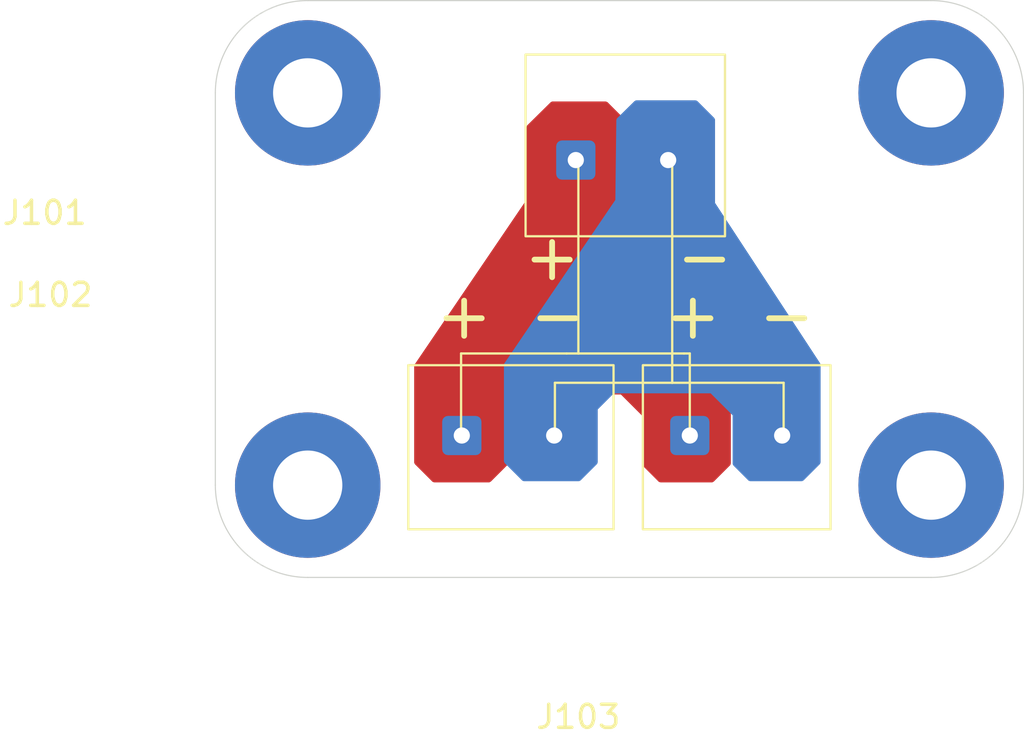
<source format=kicad_pcb>
(kicad_pcb (version 20241229) (generator "pcbnew") (generator_version "9.0")
  (layers (0 "F.Cu" signal) (2 "B.Cu" signal) (13 "F.Paste" user) (15 "B.Paste" user) (5 "F.SilkS" user "F.Silkscreen") (7 "B.SilkS" user "B.Silkscreen") (1 "F.Mask" user) (3 "B.Mask" user) (25 "Edge.Cuts" user))
  (net 0 "")
  (net 1 "GND")
  (net 2 "/+")
  (footprint "Connector_Wire:SolderWire-0.15sqmm_1x02_P4mm_D0.5mm_OD1.5mm" (layer "F.Cu") (at 164.481 71.882)
    (property "Reference" "J101" (at -23.003 2.286 0) (layer "F.SilkS"))
    (property "Value" "OUT1")
    (pad "1" thru_hole roundrect (at 0 0) (size 1.7 1.7) (drill 0.7) (layers "*.Cu" "*.Mask") (roundrect_rratio 0.147059) (net 2 "/+"))
    (pad "2" thru_hole circle (at 4 0) (size 1.7 1.7) (drill 0.7) (layers "*.Cu" "*.Mask") (net 1 "GND"))
  )
  (footprint "Connector_Wire:SolderWire-0.15sqmm_1x02_P4mm_D0.5mm_OD1.5mm" (layer "F.Cu") (at 159.544 83.82)
    (property "Reference" "J102" (at -17.812 -6.096 0) (layer "F.SilkS"))
    (property "Value" "OUT2")
    (pad "1" thru_hole roundrect (at 0 0) (size 1.7 1.7) (drill 0.7) (layers "*.Cu" "*.Mask") (roundrect_rratio 0.147059) (net 2 "/+"))
    (pad "2" thru_hole circle (at 4 0) (size 1.7 1.7) (drill 0.7) (layers "*.Cu" "*.Mask") (net 1 "GND"))
  )
  (footprint "Connector_Wire:SolderWire-0.15sqmm_1x02_P4mm_D0.5mm_OD1.5mm" (layer "F.Cu") (at 169.418 83.82)
    (property "Reference" "J103" (at -4.826 12.192 0) (layer "F.SilkS"))
    (property "Value" "IN")
    (pad "1" thru_hole roundrect (at 0 0) (size 1.7 1.7) (drill 0.7) (layers "*.Cu" "*.Mask") (roundrect_rratio 0.147059) (net 2 "/+"))
    (pad "2" thru_hole circle (at 4 0) (size 1.7 1.7) (drill 0.7) (layers "*.Cu" "*.Mask") (net 1 "GND"))
  )
  (footprint "WOBCLibrary:Board_1U_60x60" (layer "F.Cu") (at 166.37 77.47)
    (property "Reference" "REF**" (hide yes))
    (property "Value" "Board_1U_60x60" (hide yes))
    (fp_line (start -17.5 -8.5) (end -17.5 8.5) (stroke (width 0.05)) (layer "Edge.Cuts"))
    (fp_line (start -13.5 12.5) (end 13.5 12.5) (stroke (width 0.05)) (layer "Edge.Cuts"))
    (fp_line (start 13.5 -12.5) (end -13.5 -12.5) (stroke (width 0.05)) (layer "Edge.Cuts"))
    (fp_line (start 17.5 8.5) (end 17.5 -8.5) (stroke (width 0.05)) (layer "Edge.Cuts"))
    (fp_arc (start -17.5 -8.5) (mid -16.328427 -11.328427) (end -13.5 -12.5) (stroke (width 0.05)) (layer "Edge.Cuts"))
    (fp_arc (start -13.5 12.5) (mid -16.328427 11.328427) (end -17.5 8.5) (stroke (width 0.05)) (layer "Edge.Cuts"))
    (fp_arc (start 13.5 -12.5) (mid 16.328427 -11.328427) (end 17.5 -8.5) (stroke (width 0.05)) (layer "Edge.Cuts"))
    (fp_arc (start 17.5 8.5) (mid 16.328427 11.328427) (end 13.5 12.5) (stroke (width 0.05)) (layer "Edge.Cuts"))
    (pad "GND" thru_hole circle (at -13.5 -8.5) (size 6.3 6.3) (drill 3) (layers "*.Cu" "*.Mask"))
    (pad "GND" thru_hole circle (at -13.5 8.5) (size 6.3 6.3) (drill 3) (layers "*.Cu" "*.Mask"))
    (pad "GND" thru_hole circle (at 13.5 -8.5) (size 6.3 6.3) (drill 3) (layers "*.Cu" "*.Mask"))
    (pad "GND" thru_hole circle (at 13.5 8.5) (size 6.3 6.3) (drill 3) (layers "*.Cu" "*.Mask"))
  )
  (gr_line (start 164.592 80.264) (end 169.164 80.264) (stroke (width 0.1)) (layer "F.SilkS"))
  (gr_rect (start 167.386 80.772) (end 175.514 87.884) (stroke (width 0.1)) (fill no) (layer "F.SilkS"))
  (gr_line (start 169.418 83.82) (end 169.418 80.264) (stroke (width 0.1)) (layer "F.SilkS"))
  (gr_line (start 169.418 80.264) (end 169.164 80.264) (stroke (width 0.1)) (layer "F.SilkS"))
  (gr_line (start 173.482 83.82) (end 173.482 81.534) (stroke (width 0.1)) (layer "F.SilkS"))
  (gr_rect (start 162.306 67.31) (end 170.942 75.184) (stroke (width 0.1)) (fill no) (layer "F.SilkS"))
  (gr_line (start 164.592 80.264) (end 164.084 80.264) (stroke (width 0.1)) (layer "F.SilkS"))
  (gr_line (start 173.482 81.534) (end 173.228 81.534) (stroke (width 0.1)) (layer "F.SilkS"))
  (gr_line (start 168.656 71.882) (end 168.656 81.534) (stroke (width 0.1)) (layer "F.SilkS"))
  (gr_line (start 168.656 81.534) (end 163.576 81.534) (stroke (width 0.1)) (layer "F.SilkS"))
  (gr_line (start 163.576 83.82) (end 163.576 81.534) (stroke (width 0.1)) (layer "F.SilkS"))
  (gr_line (start 168.656 81.534) (end 173.228 81.534) (stroke (width 0.1)) (layer "F.SilkS"))
  (gr_line (start 159.512 80.264) (end 164.084 80.264) (stroke (width 0.1)) (layer "F.SilkS"))
  (gr_rect (start 157.226 80.772) (end 166.116 87.884) (stroke (width 0.1)) (fill no) (layer "F.SilkS"))
  (gr_line (start 159.512 83.82) (end 159.512 80.264) (stroke (width 0.1)) (layer "F.SilkS"))
  (gr_line (start 164.592 71.882) (end 164.592 80.264) (stroke (width 0.1)) (layer "F.SilkS"))
  (gr_text "-" (at 168.656 77.216 0) (layer "F.SilkS") (effects (font (size 2 2) (thickness 0.25)) (justify left bottom)))
  (gr_text "+" (at 162.052 77.216 0) (layer "F.SilkS") (effects (font (size 2 2) (thickness 0.25)) (justify left bottom)))
  (gr_text "+" (at 158.242 79.756 0) (layer "F.SilkS") (effects (font (size 2 2) (thickness 0.25)) (justify left bottom)))
  (gr_text "-" (at 162.306 79.756 0) (layer "F.SilkS") (effects (font (size 2 2) (thickness 0.25)) (justify left bottom)))
  (gr_text "-" (at 172.212 79.756 0) (layer "F.SilkS") (effects (font (size 2 2) (thickness 0.25)) (justify left bottom)))
  (gr_text "+" (at 168.148 79.756 0) (layer "F.SilkS") (effects (font (size 2 2) (thickness 0.25)) (justify left bottom)))
  (zone (net 2) (net_name "/+") (layer "F.Cu") (connect_pads yes (clearance 0.5)) (min_thickness 0.25) (fill yes (thermal_gap 0.5) (thermal_bridge_width 0.5))
    (polygon (pts (xy 157.48 85.030469) (xy 158.301531 85.852) (xy 160.766125 85.852) (xy 161.544 85.074125) (xy 161.544 82.7405) (xy 162.2425 82.042) (xy 166.4335 82.042) (xy 167.386 82.9945) (xy 167.386 85.137625) (xy 168.100375 85.852) (xy 170.422094 85.852) (xy 171.196 85.078094) (xy 171.196 82.042) (xy 171.196 80.772) (xy 166.624 73.787) (xy 166.624 70.14173) (xy 165.82427 69.342) (xy 163.425079 69.342) (xy 162.345741 70.408227) (xy 162.306 73.66) (xy 157.48 80.772)))
  )
  (zone (net 1) (net_name "GND") (layer "B.Cu") (connect_pads yes (clearance 0.5)) (min_thickness 0.25) (fill yes (thermal_gap 0.5) (thermal_bridge_width 0.5))
    (polygon (pts (xy 161.367593 84.979681) (xy 162.189124 85.801212) (xy 164.653718 85.801212) (xy 165.431593 85.023337) (xy 165.431593 82.689712) (xy 166.130093 81.991212) (xy 170.321093 81.991212) (xy 171.273593 82.943712) (xy 171.273593 85.086837) (xy 171.987968 85.801212) (xy 174.309687 85.801212) (xy 175.083593 85.027306) (xy 175.083593 81.991212) (xy 175.083593 80.721212) (xy 170.511593 73.736212) (xy 170.511593 70.090942) (xy 169.711863 69.291212) (xy 167.058672 69.291212) (xy 166.236438 70.103458) (xy 166.193593 73.609212) (xy 161.367593 80.721212)))
  )
)
</source>
